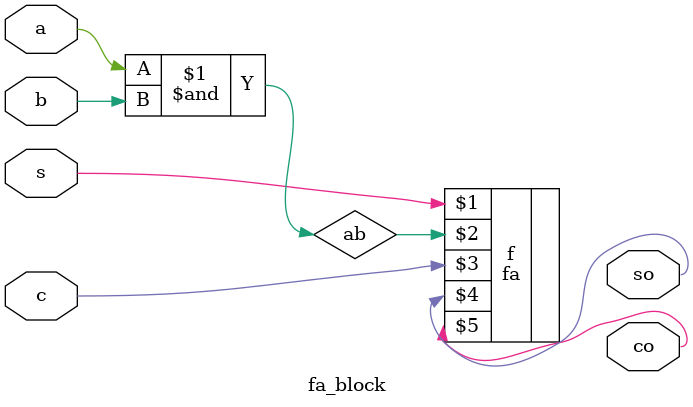
<source format=v>
`include "./design/fa.v"
`include "./design/ha.v"

module mult_byte(
	input [7:0] ba, bb,
	output [15:0] prd
	);
	
	wire [7:0] ss[0:7];
	wire [7:0] co[0:7];
	wire co_final[6:0];

	// connect output to multiplier
	generate
		genvar i;
		for (i = 0; i < 8; i = i + 1) begin
			assign prd[i] = ss[i][0];
		end
	endgenerate

	// generate final adder
	ha half(
		ss[7][1],
		co[7][0],
		prd[8],
		co_final[0]
		);

	generate
		genvar j;
		for (j = 1; j < 7; j = j + 1) begin
			fa full(
				ss[7][j+1],
				co[7][j],
				co_final[j-1],
				prd[j+8],
				co_final[j]
				);
		end
	endgenerate
	assign prd[15] = co_final[6];

	// generate waugh booley multiplier
	generate
		genvar a, b;
		for (a = 0; a < 8; a = a + 1) begin
			for(b = 0; b < 8; b = b + 1) begin
				if (a == 7 || b == 0) begin
					assign ss[b][a] = ba[a] & bb[b];
				end else if (b == 1) begin
					ha_block hb(
						ba[a],
						bb[b],
						ss[b-1][a+1], 
						ss[b][a], 
						co[b][a]
						);
				end else begin
					fa_block fb(
						ba[a],
						bb[b],
						ss[b-1][a+1],
						co[b-1][a],
						ss[b][a],
						co[b][a]
						);
				end
			end
		end
	endgenerate
endmodule

module ha_block(
	input a, b, s,
	output so, co
	);

	wire ab;
	assign ab = a & b;
	ha h(s, ab, so, co);
endmodule

module fa_block(
	input a, b, s, c,
	output so, co
	);

	wire ab;
	assign ab = a & b;
	fa f(s, ab, c, so, co);
endmodule

</source>
